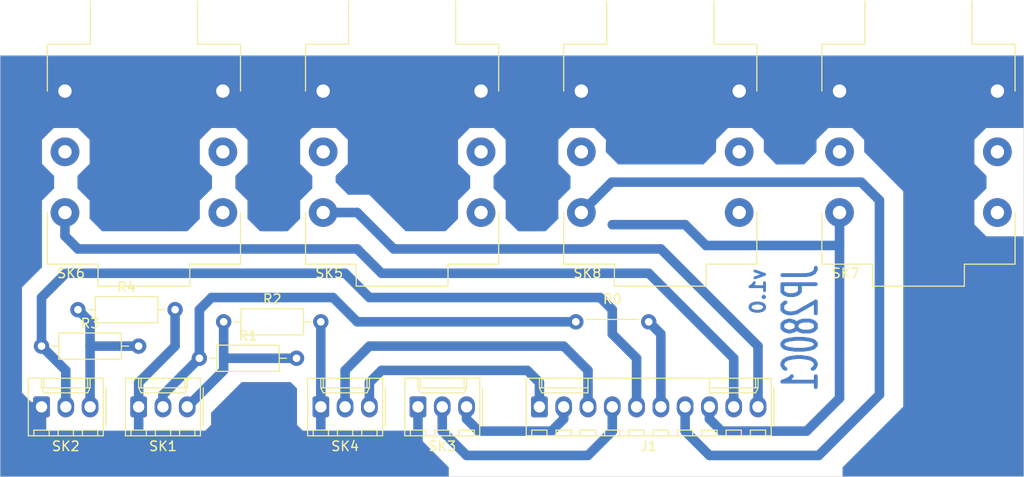
<source format=kicad_pcb>
(kicad_pcb (version 20171130) (host pcbnew 5.1.7-a382d34a8~88~ubuntu16.04.1)

  (general
    (thickness 1.6)
    (drawings 24)
    (tracks 104)
    (zones 0)
    (modules 14)
    (nets 27)
  )

  (page A4)
  (layers
    (0 F.Cu signal)
    (31 B.Cu signal)
    (32 B.Adhes user)
    (33 F.Adhes user)
    (34 B.Paste user)
    (35 F.Paste user)
    (36 B.SilkS user)
    (37 F.SilkS user)
    (38 B.Mask user)
    (39 F.Mask user)
    (40 Dwgs.User user hide)
    (41 Cmts.User user)
    (42 Eco1.User user)
    (43 Eco2.User user)
    (44 Edge.Cuts user)
    (45 Margin user)
    (46 B.CrtYd user)
    (47 F.CrtYd user)
    (48 B.Fab user)
    (49 F.Fab user)
  )

  (setup
    (last_trace_width 0.25)
    (user_trace_width 1)
    (user_trace_width 4)
    (trace_clearance 0.2)
    (zone_clearance 1)
    (zone_45_only no)
    (trace_min 0.2)
    (via_size 0.8)
    (via_drill 0.4)
    (via_min_size 0.4)
    (via_min_drill 0.3)
    (user_via 1.8 1.2)
    (uvia_size 0.3)
    (uvia_drill 0.1)
    (uvias_allowed no)
    (uvia_min_size 0.2)
    (uvia_min_drill 0.1)
    (edge_width 0.05)
    (segment_width 0.2)
    (pcb_text_width 0.3)
    (pcb_text_size 1.5 1.5)
    (mod_edge_width 0.12)
    (mod_text_size 1 1)
    (mod_text_width 0.15)
    (pad_size 1.524 1.524)
    (pad_drill 0.762)
    (pad_to_mask_clearance 0)
    (aux_axis_origin 0 0)
    (visible_elements FFFFFFFF)
    (pcbplotparams
      (layerselection 0x010fc_ffffffff)
      (usegerberextensions false)
      (usegerberattributes true)
      (usegerberadvancedattributes true)
      (creategerberjobfile true)
      (excludeedgelayer true)
      (linewidth 0.100000)
      (plotframeref false)
      (viasonmask false)
      (mode 1)
      (useauxorigin false)
      (hpglpennumber 1)
      (hpglpenspeed 20)
      (hpglpendiameter 15.000000)
      (psnegative false)
      (psa4output false)
      (plotreference true)
      (plotvalue true)
      (plotinvisibletext false)
      (padsonsilk false)
      (subtractmaskfromsilk false)
      (outputformat 1)
      (mirror false)
      (drillshape 1)
      (scaleselection 1)
      (outputdirectory ""))
  )

  (net 0 "")
  (net 1 "Net-(J1-Pad10)")
  (net 2 "Net-(J1-Pad9)")
  (net 3 "Net-(J1-Pad8)")
  (net 4 "Net-(J1-Pad7)")
  (net 5 "Net-(J1-Pad6)")
  (net 6 "Net-(J1-Pad5)")
  (net 7 "Net-(J1-Pad4)")
  (net 8 "Net-(J1-Pad3)")
  (net 9 "Net-(J1-Pad2)")
  (net 10 "Net-(J1-Pad1)")
  (net 11 "Net-(R1-Pad2)")
  (net 12 GND)
  (net 13 "Net-(R3-Pad2)")
  (net 14 "Net-(SK5-PadR)")
  (net 15 "Net-(SK5-PadRN)")
  (net 16 "Net-(SK5-PadTN)")
  (net 17 "Net-(SK6-PadR)")
  (net 18 "Net-(SK6-PadRN)")
  (net 19 "Net-(SK6-PadTN)")
  (net 20 "Net-(SK7-PadR)")
  (net 21 "Net-(SK7-PadRN)")
  (net 22 "Net-(SK7-PadTN)")
  (net 23 "Net-(SK8-PadR)")
  (net 24 "Net-(SK8-PadRN)")
  (net 25 "Net-(SK8-PadTN)")
  (net 26 "Net-(R0-Pad1)")

  (net_class Default "This is the default net class."
    (clearance 0.2)
    (trace_width 0.25)
    (via_dia 0.8)
    (via_drill 0.4)
    (uvia_dia 0.3)
    (uvia_drill 0.1)
    (add_net GND)
    (add_net "Net-(J1-Pad1)")
    (add_net "Net-(J1-Pad10)")
    (add_net "Net-(J1-Pad2)")
    (add_net "Net-(J1-Pad3)")
    (add_net "Net-(J1-Pad4)")
    (add_net "Net-(J1-Pad5)")
    (add_net "Net-(J1-Pad6)")
    (add_net "Net-(J1-Pad7)")
    (add_net "Net-(J1-Pad8)")
    (add_net "Net-(J1-Pad9)")
    (add_net "Net-(R0-Pad1)")
    (add_net "Net-(R1-Pad2)")
    (add_net "Net-(R3-Pad2)")
    (add_net "Net-(SK5-PadR)")
    (add_net "Net-(SK5-PadRN)")
    (add_net "Net-(SK5-PadTN)")
    (add_net "Net-(SK6-PadR)")
    (add_net "Net-(SK6-PadRN)")
    (add_net "Net-(SK6-PadTN)")
    (add_net "Net-(SK7-PadR)")
    (add_net "Net-(SK7-PadRN)")
    (add_net "Net-(SK7-PadTN)")
    (add_net "Net-(SK8-PadR)")
    (add_net "Net-(SK8-PadRN)")
    (add_net "Net-(SK8-PadTN)")
  )

  (module TAC:Wire_Bridge_P7.62mm_Horizontal (layer F.Cu) (tedit 5FC1149E) (tstamp 5FC1745D)
    (at 90.17 163.83)
    (descr "Resistor, Axial_DIN0207 series, Axial, Horizontal, pin pitch=7.62mm, 0.25W = 1/4W, length*diameter=6.3*2.5mm^2, http://cdn-reichelt.de/documents/datenblatt/B400/1_4W%23YAG.pdf")
    (tags "Resistor Axial_DIN0207 series Axial Horizontal pin pitch 7.62mm 0.25W = 1/4W length 6.3mm diameter 2.5mm")
    (path /5FC1434D)
    (fp_text reference R0 (at 3.81 -2.37) (layer F.SilkS)
      (effects (font (size 1 1) (thickness 0.15)))
    )
    (fp_text value 0R (at 3.81 2.37) (layer F.Fab)
      (effects (font (size 1 1) (thickness 0.15)))
    )
    (fp_line (start 0.66 0) (end 6.96 0) (layer F.Fab) (width 0.1))
    (fp_line (start 0 0) (end 0.66 0) (layer F.Fab) (width 0.1))
    (fp_line (start 7.62 0) (end 6.96 0) (layer F.Fab) (width 0.1))
    (fp_line (start 1.016 -0.254) (end 6.604 -0.254) (layer F.SilkS) (width 0.12))
    (fp_line (start -1.016 -1.016) (end -1.016 1.016) (layer F.CrtYd) (width 0.05))
    (fp_line (start -1.016 1.016) (end 8.636 1.016) (layer F.CrtYd) (width 0.05))
    (fp_line (start 8.636 1.016) (end 8.636 -1.016) (layer F.CrtYd) (width 0.05))
    (fp_line (start 8.636 -1.016) (end -1.016 -1.016) (layer F.CrtYd) (width 0.05))
    (fp_text user %R (at 3.81 0) (layer F.Fab)
      (effects (font (size 1 1) (thickness 0.15)))
    )
    (pad 1 thru_hole circle (at 0 0) (size 1.6 1.6) (drill 0.8) (layers *.Cu *.Mask)
      (net 26 "Net-(R0-Pad1)"))
    (pad 2 thru_hole oval (at 7.62 0) (size 1.6 1.6) (drill 0.8) (layers *.Cu *.Mask)
      (net 5 "Net-(J1-Pad6)"))
    (model ${KIPRJMOD}/local-libs/local-3dmodels/Wire_Bridge_P7.62mm.step
      (offset (xyz 0 0 -3))
      (scale (xyz 1 1 1))
      (rotate (xyz 0 0 0))
    )
  )

  (module TAC:CL13345 (layer F.Cu) (tedit 5F96A063) (tstamp 5FC07534)
    (at 126 139.7 90)
    (path /5FBCC165)
    (fp_text reference SK7 (at -19.05 -7.62 180) (layer F.SilkS)
      (effects (font (size 1 1) (thickness 0.15)))
    )
    (fp_text value "Left Aux Monitor" (at -6.35 -1.27 270) (layer F.Fab)
      (effects (font (size 1 1) (thickness 0.15)))
    )
    (fp_line (start -20.5 10.1) (end -20.5 -10.1) (layer F.CrtYd) (width 0.05))
    (fp_line (start 9.5 10.1) (end -20.5 10.1) (layer F.CrtYd) (width 0.05))
    (fp_line (start 9.5 -10.1) (end 9.5 10.1) (layer F.CrtYd) (width 0.05))
    (fp_line (start -20.5 -10.1) (end 9.5 -10.1) (layer F.CrtYd) (width 0.05))
    (fp_line (start 4.8 -10) (end 4.8 10) (layer F.Fab) (width 0.12))
    (fp_line (start 4.8 -10) (end -18 -10) (layer F.Fab) (width 0.12))
    (fp_line (start -18 -10) (end -18 10) (layer F.Fab) (width 0.12))
    (fp_line (start -18 10) (end 4.8 10) (layer F.Fab) (width 0.12))
    (fp_line (start -20.3 4.7) (end -20.3 -4.7) (layer F.Fab) (width 0.12))
    (fp_line (start -20.3 -4.7) (end -18 -4.7) (layer F.Fab) (width 0.12))
    (fp_line (start -20.3 4.7) (end -18 4.7) (layer F.Fab) (width 0.12))
    (fp_line (start 9.4 5.5) (end 9.4 -5.5) (layer F.Fab) (width 0.12))
    (fp_line (start 9.4 -5.5) (end 4.8 -5.5) (layer F.Fab) (width 0.12))
    (fp_line (start 9.4 5.5) (end 4.8 5.5) (layer F.Fab) (width 0.12))
    (fp_line (start 9.4 -5.6) (end 4.9 -5.6) (layer F.SilkS) (width 0.12))
    (fp_line (start 4.9 -5.6) (end 4.9 -10.1) (layer F.SilkS) (width 0.12))
    (fp_line (start 4.9 -10.1) (end 0 -10.1) (layer F.SilkS) (width 0.12))
    (fp_line (start 9.4 5.6) (end 4.9 5.6) (layer F.SilkS) (width 0.12))
    (fp_line (start 4.9 5.6) (end 4.9 10.1) (layer F.SilkS) (width 0.12))
    (fp_line (start 4.9 10.1) (end 0 10.1) (layer F.SilkS) (width 0.12))
    (fp_line (start -12.7 -10.1) (end -18.1 -10.1) (layer F.SilkS) (width 0.12))
    (fp_line (start -18.1 -10.1) (end -18.1 -4.8) (layer F.SilkS) (width 0.12))
    (fp_line (start -18.1 -4.8) (end -20.4 -4.8) (layer F.SilkS) (width 0.12))
    (fp_line (start -20.4 -4.8) (end -20.4 4.8) (layer F.SilkS) (width 0.12))
    (fp_line (start -20.4 4.8) (end -18.1 4.8) (layer F.SilkS) (width 0.12))
    (fp_line (start -18.1 4.8) (end -18.1 10.1) (layer F.SilkS) (width 0.12))
    (fp_line (start -18.1 10.1) (end -12.7 10.1) (layer F.SilkS) (width 0.12))
    (fp_text user Jack_6.35mm_Cliff_CL13345 (at -6.35 1.27 90) (layer F.Fab)
      (effects (font (size 1 1) (thickness 0.15)))
    )
    (pad S thru_hole circle (at 0 -8.255 180) (size 3 3) (drill 1.4) (layers *.Cu *.Mask)
      (net 12 GND))
    (pad T thru_hole circle (at -12.7 -8.255 180) (size 3 3) (drill 1.4) (layers *.Cu *.Mask)
      (net 3 "Net-(J1-Pad8)"))
    (pad R thru_hole circle (at -6.35 -8.255 180) (size 3 3) (drill 1.4) (layers *.Cu *.Mask)
      (net 20 "Net-(SK7-PadR)"))
    (pad SN thru_hole circle (at 0 8.255 180) (size 3 3) (drill 1.4) (layers *.Cu *.Mask)
      (net 12 GND))
    (pad RN thru_hole circle (at -6.35 8.255 180) (size 3 3) (drill 1.4) (layers *.Cu *.Mask)
      (net 21 "Net-(SK7-PadRN)"))
    (pad TN thru_hole circle (at -12.7 8.255 180) (size 3 3) (drill 1.4) (layers *.Cu *.Mask)
      (net 22 "Net-(SK7-PadTN)"))
    (model ${KIPRJMOD}/local-libs/local-3dmodels/CL13345.step
      (offset (xyz -18 -10 0))
      (scale (xyz 1 1 1))
      (rotate (xyz 0 0 -90))
    )
  )

  (module TAC:CL13345 (layer F.Cu) (tedit 5F96A063) (tstamp 5FC07456)
    (at 99 139.7 90)
    (path /5FBCCCB6)
    (fp_text reference SK8 (at -19.05 -7.62 180) (layer F.SilkS)
      (effects (font (size 1 1) (thickness 0.15)))
    )
    (fp_text value "Right Aux Monitor" (at -6.35 -1.27 270) (layer F.Fab)
      (effects (font (size 1 1) (thickness 0.15)))
    )
    (fp_line (start -20.5 10.1) (end -20.5 -10.1) (layer F.CrtYd) (width 0.05))
    (fp_line (start 9.5 10.1) (end -20.5 10.1) (layer F.CrtYd) (width 0.05))
    (fp_line (start 9.5 -10.1) (end 9.5 10.1) (layer F.CrtYd) (width 0.05))
    (fp_line (start -20.5 -10.1) (end 9.5 -10.1) (layer F.CrtYd) (width 0.05))
    (fp_line (start 4.8 -10) (end 4.8 10) (layer F.Fab) (width 0.12))
    (fp_line (start 4.8 -10) (end -18 -10) (layer F.Fab) (width 0.12))
    (fp_line (start -18 -10) (end -18 10) (layer F.Fab) (width 0.12))
    (fp_line (start -18 10) (end 4.8 10) (layer F.Fab) (width 0.12))
    (fp_line (start -20.3 4.7) (end -20.3 -4.7) (layer F.Fab) (width 0.12))
    (fp_line (start -20.3 -4.7) (end -18 -4.7) (layer F.Fab) (width 0.12))
    (fp_line (start -20.3 4.7) (end -18 4.7) (layer F.Fab) (width 0.12))
    (fp_line (start 9.4 5.5) (end 9.4 -5.5) (layer F.Fab) (width 0.12))
    (fp_line (start 9.4 -5.5) (end 4.8 -5.5) (layer F.Fab) (width 0.12))
    (fp_line (start 9.4 5.5) (end 4.8 5.5) (layer F.Fab) (width 0.12))
    (fp_line (start 9.4 -5.6) (end 4.9 -5.6) (layer F.SilkS) (width 0.12))
    (fp_line (start 4.9 -5.6) (end 4.9 -10.1) (layer F.SilkS) (width 0.12))
    (fp_line (start 4.9 -10.1) (end 0 -10.1) (layer F.SilkS) (width 0.12))
    (fp_line (start 9.4 5.6) (end 4.9 5.6) (layer F.SilkS) (width 0.12))
    (fp_line (start 4.9 5.6) (end 4.9 10.1) (layer F.SilkS) (width 0.12))
    (fp_line (start 4.9 10.1) (end 0 10.1) (layer F.SilkS) (width 0.12))
    (fp_line (start -12.7 -10.1) (end -18.1 -10.1) (layer F.SilkS) (width 0.12))
    (fp_line (start -18.1 -10.1) (end -18.1 -4.8) (layer F.SilkS) (width 0.12))
    (fp_line (start -18.1 -4.8) (end -20.4 -4.8) (layer F.SilkS) (width 0.12))
    (fp_line (start -20.4 -4.8) (end -20.4 4.8) (layer F.SilkS) (width 0.12))
    (fp_line (start -20.4 4.8) (end -18.1 4.8) (layer F.SilkS) (width 0.12))
    (fp_line (start -18.1 4.8) (end -18.1 10.1) (layer F.SilkS) (width 0.12))
    (fp_line (start -18.1 10.1) (end -12.7 10.1) (layer F.SilkS) (width 0.12))
    (fp_text user Jack_6.35mm_Cliff_CL13345 (at -6.35 1.27 90) (layer F.Fab)
      (effects (font (size 1 1) (thickness 0.15)))
    )
    (pad S thru_hole circle (at 0 -8.255 180) (size 3 3) (drill 1.4) (layers *.Cu *.Mask)
      (net 12 GND))
    (pad T thru_hole circle (at -12.7 -8.255 180) (size 3 3) (drill 1.4) (layers *.Cu *.Mask)
      (net 4 "Net-(J1-Pad7)"))
    (pad R thru_hole circle (at -6.35 -8.255 180) (size 3 3) (drill 1.4) (layers *.Cu *.Mask)
      (net 23 "Net-(SK8-PadR)"))
    (pad SN thru_hole circle (at 0 8.255 180) (size 3 3) (drill 1.4) (layers *.Cu *.Mask)
      (net 12 GND))
    (pad RN thru_hole circle (at -6.35 8.255 180) (size 3 3) (drill 1.4) (layers *.Cu *.Mask)
      (net 24 "Net-(SK8-PadRN)"))
    (pad TN thru_hole circle (at -12.7 8.255 180) (size 3 3) (drill 1.4) (layers *.Cu *.Mask)
      (net 25 "Net-(SK8-PadTN)"))
    (model ${KIPRJMOD}/local-libs/local-3dmodels/CL13345.step
      (offset (xyz -18 -10 0))
      (scale (xyz 1 1 1))
      (rotate (xyz 0 0 -90))
    )
  )

  (module TAC:CL13345 (layer F.Cu) (tedit 5F96A063) (tstamp 5FC075A3)
    (at 72 139.7 90)
    (path /5FBCD7BE)
    (fp_text reference SK5 (at -19.05 -7.62 180) (layer F.SilkS)
      (effects (font (size 1 1) (thickness 0.15)))
    )
    (fp_text value "Left Monitor" (at -6.35 -1.27 270) (layer F.Fab)
      (effects (font (size 1 1) (thickness 0.15)))
    )
    (fp_line (start -20.5 10.1) (end -20.5 -10.1) (layer F.CrtYd) (width 0.05))
    (fp_line (start 9.5 10.1) (end -20.5 10.1) (layer F.CrtYd) (width 0.05))
    (fp_line (start 9.5 -10.1) (end 9.5 10.1) (layer F.CrtYd) (width 0.05))
    (fp_line (start -20.5 -10.1) (end 9.5 -10.1) (layer F.CrtYd) (width 0.05))
    (fp_line (start 4.8 -10) (end 4.8 10) (layer F.Fab) (width 0.12))
    (fp_line (start 4.8 -10) (end -18 -10) (layer F.Fab) (width 0.12))
    (fp_line (start -18 -10) (end -18 10) (layer F.Fab) (width 0.12))
    (fp_line (start -18 10) (end 4.8 10) (layer F.Fab) (width 0.12))
    (fp_line (start -20.3 4.7) (end -20.3 -4.7) (layer F.Fab) (width 0.12))
    (fp_line (start -20.3 -4.7) (end -18 -4.7) (layer F.Fab) (width 0.12))
    (fp_line (start -20.3 4.7) (end -18 4.7) (layer F.Fab) (width 0.12))
    (fp_line (start 9.4 5.5) (end 9.4 -5.5) (layer F.Fab) (width 0.12))
    (fp_line (start 9.4 -5.5) (end 4.8 -5.5) (layer F.Fab) (width 0.12))
    (fp_line (start 9.4 5.5) (end 4.8 5.5) (layer F.Fab) (width 0.12))
    (fp_line (start 9.4 -5.6) (end 4.9 -5.6) (layer F.SilkS) (width 0.12))
    (fp_line (start 4.9 -5.6) (end 4.9 -10.1) (layer F.SilkS) (width 0.12))
    (fp_line (start 4.9 -10.1) (end 0 -10.1) (layer F.SilkS) (width 0.12))
    (fp_line (start 9.4 5.6) (end 4.9 5.6) (layer F.SilkS) (width 0.12))
    (fp_line (start 4.9 5.6) (end 4.9 10.1) (layer F.SilkS) (width 0.12))
    (fp_line (start 4.9 10.1) (end 0 10.1) (layer F.SilkS) (width 0.12))
    (fp_line (start -12.7 -10.1) (end -18.1 -10.1) (layer F.SilkS) (width 0.12))
    (fp_line (start -18.1 -10.1) (end -18.1 -4.8) (layer F.SilkS) (width 0.12))
    (fp_line (start -18.1 -4.8) (end -20.4 -4.8) (layer F.SilkS) (width 0.12))
    (fp_line (start -20.4 -4.8) (end -20.4 4.8) (layer F.SilkS) (width 0.12))
    (fp_line (start -20.4 4.8) (end -18.1 4.8) (layer F.SilkS) (width 0.12))
    (fp_line (start -18.1 4.8) (end -18.1 10.1) (layer F.SilkS) (width 0.12))
    (fp_line (start -18.1 10.1) (end -12.7 10.1) (layer F.SilkS) (width 0.12))
    (fp_text user Jack_6.35mm_Cliff_CL13345 (at -6.35 1.27 90) (layer F.Fab)
      (effects (font (size 1 1) (thickness 0.15)))
    )
    (pad S thru_hole circle (at 0 -8.255 180) (size 3 3) (drill 1.4) (layers *.Cu *.Mask)
      (net 12 GND))
    (pad T thru_hole circle (at -12.7 -8.255 180) (size 3 3) (drill 1.4) (layers *.Cu *.Mask)
      (net 1 "Net-(J1-Pad10)"))
    (pad R thru_hole circle (at -6.35 -8.255 180) (size 3 3) (drill 1.4) (layers *.Cu *.Mask)
      (net 14 "Net-(SK5-PadR)"))
    (pad SN thru_hole circle (at 0 8.255 180) (size 3 3) (drill 1.4) (layers *.Cu *.Mask)
      (net 12 GND))
    (pad RN thru_hole circle (at -6.35 8.255 180) (size 3 3) (drill 1.4) (layers *.Cu *.Mask)
      (net 15 "Net-(SK5-PadRN)"))
    (pad TN thru_hole circle (at -12.7 8.255 180) (size 3 3) (drill 1.4) (layers *.Cu *.Mask)
      (net 16 "Net-(SK5-PadTN)"))
    (model ${KIPRJMOD}/local-libs/local-3dmodels/CL13345.step
      (offset (xyz -18 -10 0))
      (scale (xyz 1 1 1))
      (rotate (xyz 0 0 -90))
    )
  )

  (module TAC:CL13345 (layer F.Cu) (tedit 5F96A063) (tstamp 5FC074C5)
    (at 45 139.7 90)
    (path /5FBCE14C)
    (fp_text reference SK6 (at -19.05 -7.62 180) (layer F.SilkS)
      (effects (font (size 1 1) (thickness 0.15)))
    )
    (fp_text value "Right Monitor" (at -6.35 -1.27 270) (layer F.Fab)
      (effects (font (size 1 1) (thickness 0.15)))
    )
    (fp_line (start -20.5 10.1) (end -20.5 -10.1) (layer F.CrtYd) (width 0.05))
    (fp_line (start 9.5 10.1) (end -20.5 10.1) (layer F.CrtYd) (width 0.05))
    (fp_line (start 9.5 -10.1) (end 9.5 10.1) (layer F.CrtYd) (width 0.05))
    (fp_line (start -20.5 -10.1) (end 9.5 -10.1) (layer F.CrtYd) (width 0.05))
    (fp_line (start 4.8 -10) (end 4.8 10) (layer F.Fab) (width 0.12))
    (fp_line (start 4.8 -10) (end -18 -10) (layer F.Fab) (width 0.12))
    (fp_line (start -18 -10) (end -18 10) (layer F.Fab) (width 0.12))
    (fp_line (start -18 10) (end 4.8 10) (layer F.Fab) (width 0.12))
    (fp_line (start -20.3 4.7) (end -20.3 -4.7) (layer F.Fab) (width 0.12))
    (fp_line (start -20.3 -4.7) (end -18 -4.7) (layer F.Fab) (width 0.12))
    (fp_line (start -20.3 4.7) (end -18 4.7) (layer F.Fab) (width 0.12))
    (fp_line (start 9.4 5.5) (end 9.4 -5.5) (layer F.Fab) (width 0.12))
    (fp_line (start 9.4 -5.5) (end 4.8 -5.5) (layer F.Fab) (width 0.12))
    (fp_line (start 9.4 5.5) (end 4.8 5.5) (layer F.Fab) (width 0.12))
    (fp_line (start 9.4 -5.6) (end 4.9 -5.6) (layer F.SilkS) (width 0.12))
    (fp_line (start 4.9 -5.6) (end 4.9 -10.1) (layer F.SilkS) (width 0.12))
    (fp_line (start 4.9 -10.1) (end 0 -10.1) (layer F.SilkS) (width 0.12))
    (fp_line (start 9.4 5.6) (end 4.9 5.6) (layer F.SilkS) (width 0.12))
    (fp_line (start 4.9 5.6) (end 4.9 10.1) (layer F.SilkS) (width 0.12))
    (fp_line (start 4.9 10.1) (end 0 10.1) (layer F.SilkS) (width 0.12))
    (fp_line (start -12.7 -10.1) (end -18.1 -10.1) (layer F.SilkS) (width 0.12))
    (fp_line (start -18.1 -10.1) (end -18.1 -4.8) (layer F.SilkS) (width 0.12))
    (fp_line (start -18.1 -4.8) (end -20.4 -4.8) (layer F.SilkS) (width 0.12))
    (fp_line (start -20.4 -4.8) (end -20.4 4.8) (layer F.SilkS) (width 0.12))
    (fp_line (start -20.4 4.8) (end -18.1 4.8) (layer F.SilkS) (width 0.12))
    (fp_line (start -18.1 4.8) (end -18.1 10.1) (layer F.SilkS) (width 0.12))
    (fp_line (start -18.1 10.1) (end -12.7 10.1) (layer F.SilkS) (width 0.12))
    (fp_text user Jack_6.35mm_Cliff_CL13345 (at -6.35 1.27 90) (layer F.Fab)
      (effects (font (size 1 1) (thickness 0.15)))
    )
    (pad S thru_hole circle (at 0 -8.255 180) (size 3 3) (drill 1.4) (layers *.Cu *.Mask)
      (net 12 GND))
    (pad T thru_hole circle (at -12.7 -8.255 180) (size 3 3) (drill 1.4) (layers *.Cu *.Mask)
      (net 2 "Net-(J1-Pad9)"))
    (pad R thru_hole circle (at -6.35 -8.255 180) (size 3 3) (drill 1.4) (layers *.Cu *.Mask)
      (net 17 "Net-(SK6-PadR)"))
    (pad SN thru_hole circle (at 0 8.255 180) (size 3 3) (drill 1.4) (layers *.Cu *.Mask)
      (net 12 GND))
    (pad RN thru_hole circle (at -6.35 8.255 180) (size 3 3) (drill 1.4) (layers *.Cu *.Mask)
      (net 18 "Net-(SK6-PadRN)"))
    (pad TN thru_hole circle (at -12.7 8.255 180) (size 3 3) (drill 1.4) (layers *.Cu *.Mask)
      (net 19 "Net-(SK6-PadTN)"))
    (model ${KIPRJMOD}/local-libs/local-3dmodels/CL13345.step
      (offset (xyz -18 -10 0))
      (scale (xyz 1 1 1))
      (rotate (xyz 0 0 -90))
    )
  )

  (module TAC:Molex_KK-254_AE-6410-03A_1x03_P2.54mm_Vertical_reversed (layer F.Cu) (tedit 5FBFFF12) (tstamp 5FC05B84)
    (at 68.58 172.72 180)
    (descr "Molex KK-254 Interconnect System, old/engineering part number: AE-6410-03A example for new part number: 22-27-2031, 3 Pins (http://www.molex.com/pdm_docs/sd/022272021_sd.pdf), generated with kicad-footprint-generator")
    (tags "connector Molex KK-254 vertical")
    (path /5FBC5C08)
    (fp_text reference SK4 (at 2.54 -4.12) (layer F.SilkS)
      (effects (font (size 1 1) (thickness 0.15)))
    )
    (fp_text value "Right Insert" (at 2.54 4.08) (layer F.Fab)
      (effects (font (size 1 1) (thickness 0.15)))
    )
    (fp_line (start -1.27 -2.92) (end -1.27 2.88) (layer F.Fab) (width 0.1))
    (fp_line (start -1.27 2.88) (end 6.35 2.88) (layer F.Fab) (width 0.1))
    (fp_line (start 6.35 2.88) (end 6.35 -2.92) (layer F.Fab) (width 0.1))
    (fp_line (start 6.35 -2.92) (end -1.27 -2.92) (layer F.Fab) (width 0.1))
    (fp_line (start -1.38 -3.03) (end -1.38 2.99) (layer F.SilkS) (width 0.12))
    (fp_line (start -1.38 2.99) (end 6.46 2.99) (layer F.SilkS) (width 0.12))
    (fp_line (start 6.46 2.99) (end 6.46 -3.03) (layer F.SilkS) (width 0.12))
    (fp_line (start 6.46 -3.03) (end -1.38 -3.03) (layer F.SilkS) (width 0.12))
    (fp_line (start -1.67 -2) (end -1.67 2) (layer F.SilkS) (width 0.12))
    (fp_line (start -1.27 -0.5) (end -0.562893 0) (layer F.Fab) (width 0.1))
    (fp_line (start -0.562893 0) (end -1.27 0.5) (layer F.Fab) (width 0.1))
    (fp_line (start 0 2.99) (end 0 1.99) (layer F.SilkS) (width 0.12))
    (fp_line (start 0 1.99) (end 5.08 1.99) (layer F.SilkS) (width 0.12))
    (fp_line (start 5.08 1.99) (end 5.08 2.99) (layer F.SilkS) (width 0.12))
    (fp_line (start 0 1.99) (end 0.25 1.46) (layer F.SilkS) (width 0.12))
    (fp_line (start 0.25 1.46) (end 4.83 1.46) (layer F.SilkS) (width 0.12))
    (fp_line (start 4.83 1.46) (end 5.08 1.99) (layer F.SilkS) (width 0.12))
    (fp_line (start 0.25 2.99) (end 0.25 1.99) (layer F.SilkS) (width 0.12))
    (fp_line (start 4.83 2.99) (end 4.83 1.99) (layer F.SilkS) (width 0.12))
    (fp_line (start -0.8 -3.03) (end -0.8 -2.43) (layer F.SilkS) (width 0.12))
    (fp_line (start -0.8 -2.43) (end 0.8 -2.43) (layer F.SilkS) (width 0.12))
    (fp_line (start 0.8 -2.43) (end 0.8 -3.03) (layer F.SilkS) (width 0.12))
    (fp_line (start 1.74 -3.03) (end 1.74 -2.43) (layer F.SilkS) (width 0.12))
    (fp_line (start 1.74 -2.43) (end 3.34 -2.43) (layer F.SilkS) (width 0.12))
    (fp_line (start 3.34 -2.43) (end 3.34 -3.03) (layer F.SilkS) (width 0.12))
    (fp_line (start 4.28 -3.03) (end 4.28 -2.43) (layer F.SilkS) (width 0.12))
    (fp_line (start 4.28 -2.43) (end 5.88 -2.43) (layer F.SilkS) (width 0.12))
    (fp_line (start 5.88 -2.43) (end 5.88 -3.03) (layer F.SilkS) (width 0.12))
    (fp_line (start -1.77 -3.42) (end -1.77 3.38) (layer F.CrtYd) (width 0.05))
    (fp_line (start -1.77 3.38) (end 6.85 3.38) (layer F.CrtYd) (width 0.05))
    (fp_line (start 6.85 3.38) (end 6.85 -3.42) (layer F.CrtYd) (width 0.05))
    (fp_line (start 6.85 -3.42) (end -1.77 -3.42) (layer F.CrtYd) (width 0.05))
    (fp_text user %R (at 2.54 -2.22) (layer F.Fab)
      (effects (font (size 1 1) (thickness 0.15)))
    )
    (pad 1 thru_hole roundrect (at 5.08 0 180) (size 1.74 2.19) (drill 1.19) (layers *.Cu *.Mask) (roundrect_rratio 0.144)
      (net 12 GND))
    (pad 2 thru_hole oval (at 2.54 0 180) (size 1.74 2.19) (drill 1.19) (layers *.Cu *.Mask)
      (net 8 "Net-(J1-Pad3)"))
    (pad 3 thru_hole oval (at 0 0 180) (size 1.74 2.19) (drill 1.19) (layers *.Cu *.Mask)
      (net 10 "Net-(J1-Pad1)"))
    (model ${KISYS3DMOD}/Connector_Molex.3dshapes/Molex_KK-254_AE-6410-03A_1x03_P2.54mm_Vertical.wrl
      (at (xyz 0 0 0))
      (scale (xyz 1 1 1))
      (rotate (xyz 0 0 0))
    )
  )

  (module TAC:Molex_KK-254_AE-6410-03A_1x03_P2.54mm_Vertical_reversed (layer F.Cu) (tedit 5FBFFF12) (tstamp 5FC06F7D)
    (at 78.74 172.72 180)
    (descr "Molex KK-254 Interconnect System, old/engineering part number: AE-6410-03A example for new part number: 22-27-2031, 3 Pins (http://www.molex.com/pdm_docs/sd/022272021_sd.pdf), generated with kicad-footprint-generator")
    (tags "connector Molex KK-254 vertical")
    (path /5FBC0989)
    (fp_text reference SK3 (at 2.54 -4.12) (layer F.SilkS)
      (effects (font (size 1 1) (thickness 0.15)))
    )
    (fp_text value "Left Insert" (at 2.54 4.08) (layer F.Fab)
      (effects (font (size 1 1) (thickness 0.15)))
    )
    (fp_line (start -1.27 -2.92) (end -1.27 2.88) (layer F.Fab) (width 0.1))
    (fp_line (start -1.27 2.88) (end 6.35 2.88) (layer F.Fab) (width 0.1))
    (fp_line (start 6.35 2.88) (end 6.35 -2.92) (layer F.Fab) (width 0.1))
    (fp_line (start 6.35 -2.92) (end -1.27 -2.92) (layer F.Fab) (width 0.1))
    (fp_line (start -1.38 -3.03) (end -1.38 2.99) (layer F.SilkS) (width 0.12))
    (fp_line (start -1.38 2.99) (end 6.46 2.99) (layer F.SilkS) (width 0.12))
    (fp_line (start 6.46 2.99) (end 6.46 -3.03) (layer F.SilkS) (width 0.12))
    (fp_line (start 6.46 -3.03) (end -1.38 -3.03) (layer F.SilkS) (width 0.12))
    (fp_line (start -1.67 -2) (end -1.67 2) (layer F.SilkS) (width 0.12))
    (fp_line (start -1.27 -0.5) (end -0.562893 0) (layer F.Fab) (width 0.1))
    (fp_line (start -0.562893 0) (end -1.27 0.5) (layer F.Fab) (width 0.1))
    (fp_line (start 0 2.99) (end 0 1.99) (layer F.SilkS) (width 0.12))
    (fp_line (start 0 1.99) (end 5.08 1.99) (layer F.SilkS) (width 0.12))
    (fp_line (start 5.08 1.99) (end 5.08 2.99) (layer F.SilkS) (width 0.12))
    (fp_line (start 0 1.99) (end 0.25 1.46) (layer F.SilkS) (width 0.12))
    (fp_line (start 0.25 1.46) (end 4.83 1.46) (layer F.SilkS) (width 0.12))
    (fp_line (start 4.83 1.46) (end 5.08 1.99) (layer F.SilkS) (width 0.12))
    (fp_line (start 0.25 2.99) (end 0.25 1.99) (layer F.SilkS) (width 0.12))
    (fp_line (start 4.83 2.99) (end 4.83 1.99) (layer F.SilkS) (width 0.12))
    (fp_line (start -0.8 -3.03) (end -0.8 -2.43) (layer F.SilkS) (width 0.12))
    (fp_line (start -0.8 -2.43) (end 0.8 -2.43) (layer F.SilkS) (width 0.12))
    (fp_line (start 0.8 -2.43) (end 0.8 -3.03) (layer F.SilkS) (width 0.12))
    (fp_line (start 1.74 -3.03) (end 1.74 -2.43) (layer F.SilkS) (width 0.12))
    (fp_line (start 1.74 -2.43) (end 3.34 -2.43) (layer F.SilkS) (width 0.12))
    (fp_line (start 3.34 -2.43) (end 3.34 -3.03) (layer F.SilkS) (width 0.12))
    (fp_line (start 4.28 -3.03) (end 4.28 -2.43) (layer F.SilkS) (width 0.12))
    (fp_line (start 4.28 -2.43) (end 5.88 -2.43) (layer F.SilkS) (width 0.12))
    (fp_line (start 5.88 -2.43) (end 5.88 -3.03) (layer F.SilkS) (width 0.12))
    (fp_line (start -1.77 -3.42) (end -1.77 3.38) (layer F.CrtYd) (width 0.05))
    (fp_line (start -1.77 3.38) (end 6.85 3.38) (layer F.CrtYd) (width 0.05))
    (fp_line (start 6.85 3.38) (end 6.85 -3.42) (layer F.CrtYd) (width 0.05))
    (fp_line (start 6.85 -3.42) (end -1.77 -3.42) (layer F.CrtYd) (width 0.05))
    (fp_text user %R (at 2.54 -2.22) (layer F.Fab)
      (effects (font (size 1 1) (thickness 0.15)))
    )
    (pad 1 thru_hole roundrect (at 5.08 0 180) (size 1.74 2.19) (drill 1.19) (layers *.Cu *.Mask) (roundrect_rratio 0.144)
      (net 12 GND))
    (pad 2 thru_hole oval (at 2.54 0 180) (size 1.74 2.19) (drill 1.19) (layers *.Cu *.Mask)
      (net 7 "Net-(J1-Pad4)"))
    (pad 3 thru_hole oval (at 0 0 180) (size 1.74 2.19) (drill 1.19) (layers *.Cu *.Mask)
      (net 9 "Net-(J1-Pad2)"))
    (model ${KISYS3DMOD}/Connector_Molex.3dshapes/Molex_KK-254_AE-6410-03A_1x03_P2.54mm_Vertical.wrl
      (at (xyz 0 0 0))
      (scale (xyz 1 1 1))
      (rotate (xyz 0 0 0))
    )
  )

  (module TAC:Molex_KK-254_AE-6410-03A_1x03_P2.54mm_Vertical_reversed (layer F.Cu) (tedit 5FBFFF12) (tstamp 5FC05B34)
    (at 39.37 172.72 180)
    (descr "Molex KK-254 Interconnect System, old/engineering part number: AE-6410-03A example for new part number: 22-27-2031, 3 Pins (http://www.molex.com/pdm_docs/sd/022272021_sd.pdf), generated with kicad-footprint-generator")
    (tags "connector Molex KK-254 vertical")
    (path /5FBC654D)
    (fp_text reference SK2 (at 2.54 -4.12) (layer F.SilkS)
      (effects (font (size 1 1) (thickness 0.15)))
    )
    (fp_text value "Right Bus" (at 2.54 4.08) (layer F.Fab)
      (effects (font (size 1 1) (thickness 0.15)))
    )
    (fp_line (start -1.27 -2.92) (end -1.27 2.88) (layer F.Fab) (width 0.1))
    (fp_line (start -1.27 2.88) (end 6.35 2.88) (layer F.Fab) (width 0.1))
    (fp_line (start 6.35 2.88) (end 6.35 -2.92) (layer F.Fab) (width 0.1))
    (fp_line (start 6.35 -2.92) (end -1.27 -2.92) (layer F.Fab) (width 0.1))
    (fp_line (start -1.38 -3.03) (end -1.38 2.99) (layer F.SilkS) (width 0.12))
    (fp_line (start -1.38 2.99) (end 6.46 2.99) (layer F.SilkS) (width 0.12))
    (fp_line (start 6.46 2.99) (end 6.46 -3.03) (layer F.SilkS) (width 0.12))
    (fp_line (start 6.46 -3.03) (end -1.38 -3.03) (layer F.SilkS) (width 0.12))
    (fp_line (start -1.67 -2) (end -1.67 2) (layer F.SilkS) (width 0.12))
    (fp_line (start -1.27 -0.5) (end -0.562893 0) (layer F.Fab) (width 0.1))
    (fp_line (start -0.562893 0) (end -1.27 0.5) (layer F.Fab) (width 0.1))
    (fp_line (start 0 2.99) (end 0 1.99) (layer F.SilkS) (width 0.12))
    (fp_line (start 0 1.99) (end 5.08 1.99) (layer F.SilkS) (width 0.12))
    (fp_line (start 5.08 1.99) (end 5.08 2.99) (layer F.SilkS) (width 0.12))
    (fp_line (start 0 1.99) (end 0.25 1.46) (layer F.SilkS) (width 0.12))
    (fp_line (start 0.25 1.46) (end 4.83 1.46) (layer F.SilkS) (width 0.12))
    (fp_line (start 4.83 1.46) (end 5.08 1.99) (layer F.SilkS) (width 0.12))
    (fp_line (start 0.25 2.99) (end 0.25 1.99) (layer F.SilkS) (width 0.12))
    (fp_line (start 4.83 2.99) (end 4.83 1.99) (layer F.SilkS) (width 0.12))
    (fp_line (start -0.8 -3.03) (end -0.8 -2.43) (layer F.SilkS) (width 0.12))
    (fp_line (start -0.8 -2.43) (end 0.8 -2.43) (layer F.SilkS) (width 0.12))
    (fp_line (start 0.8 -2.43) (end 0.8 -3.03) (layer F.SilkS) (width 0.12))
    (fp_line (start 1.74 -3.03) (end 1.74 -2.43) (layer F.SilkS) (width 0.12))
    (fp_line (start 1.74 -2.43) (end 3.34 -2.43) (layer F.SilkS) (width 0.12))
    (fp_line (start 3.34 -2.43) (end 3.34 -3.03) (layer F.SilkS) (width 0.12))
    (fp_line (start 4.28 -3.03) (end 4.28 -2.43) (layer F.SilkS) (width 0.12))
    (fp_line (start 4.28 -2.43) (end 5.88 -2.43) (layer F.SilkS) (width 0.12))
    (fp_line (start 5.88 -2.43) (end 5.88 -3.03) (layer F.SilkS) (width 0.12))
    (fp_line (start -1.77 -3.42) (end -1.77 3.38) (layer F.CrtYd) (width 0.05))
    (fp_line (start -1.77 3.38) (end 6.85 3.38) (layer F.CrtYd) (width 0.05))
    (fp_line (start 6.85 3.38) (end 6.85 -3.42) (layer F.CrtYd) (width 0.05))
    (fp_line (start 6.85 -3.42) (end -1.77 -3.42) (layer F.CrtYd) (width 0.05))
    (fp_text user %R (at 2.54 -2.22) (layer F.Fab)
      (effects (font (size 1 1) (thickness 0.15)))
    )
    (pad 1 thru_hole roundrect (at 5.08 0 180) (size 1.74 2.19) (drill 1.19) (layers *.Cu *.Mask) (roundrect_rratio 0.144)
      (net 12 GND))
    (pad 2 thru_hole oval (at 2.54 0 180) (size 1.74 2.19) (drill 1.19) (layers *.Cu *.Mask)
      (net 6 "Net-(J1-Pad5)"))
    (pad 3 thru_hole oval (at 0 0 180) (size 1.74 2.19) (drill 1.19) (layers *.Cu *.Mask)
      (net 13 "Net-(R3-Pad2)"))
    (model ${KISYS3DMOD}/Connector_Molex.3dshapes/Molex_KK-254_AE-6410-03A_1x03_P2.54mm_Vertical.wrl
      (at (xyz 0 0 0))
      (scale (xyz 1 1 1))
      (rotate (xyz 0 0 0))
    )
  )

  (module TAC:Molex_KK-254_AE-6410-03A_1x03_P2.54mm_Vertical_reversed (layer F.Cu) (tedit 5FBFFF12) (tstamp 5FC062E6)
    (at 49.53 172.72 180)
    (descr "Molex KK-254 Interconnect System, old/engineering part number: AE-6410-03A example for new part number: 22-27-2031, 3 Pins (http://www.molex.com/pdm_docs/sd/022272021_sd.pdf), generated with kicad-footprint-generator")
    (tags "connector Molex KK-254 vertical")
    (path /5FBC6265)
    (fp_text reference SK1 (at 2.54 -4.12) (layer F.SilkS)
      (effects (font (size 1 1) (thickness 0.15)))
    )
    (fp_text value "Left Bus" (at 2.54 4.08) (layer F.Fab)
      (effects (font (size 1 1) (thickness 0.15)))
    )
    (fp_line (start -1.27 -2.92) (end -1.27 2.88) (layer F.Fab) (width 0.1))
    (fp_line (start -1.27 2.88) (end 6.35 2.88) (layer F.Fab) (width 0.1))
    (fp_line (start 6.35 2.88) (end 6.35 -2.92) (layer F.Fab) (width 0.1))
    (fp_line (start 6.35 -2.92) (end -1.27 -2.92) (layer F.Fab) (width 0.1))
    (fp_line (start -1.38 -3.03) (end -1.38 2.99) (layer F.SilkS) (width 0.12))
    (fp_line (start -1.38 2.99) (end 6.46 2.99) (layer F.SilkS) (width 0.12))
    (fp_line (start 6.46 2.99) (end 6.46 -3.03) (layer F.SilkS) (width 0.12))
    (fp_line (start 6.46 -3.03) (end -1.38 -3.03) (layer F.SilkS) (width 0.12))
    (fp_line (start -1.67 -2) (end -1.67 2) (layer F.SilkS) (width 0.12))
    (fp_line (start -1.27 -0.5) (end -0.562893 0) (layer F.Fab) (width 0.1))
    (fp_line (start -0.562893 0) (end -1.27 0.5) (layer F.Fab) (width 0.1))
    (fp_line (start 0 2.99) (end 0 1.99) (layer F.SilkS) (width 0.12))
    (fp_line (start 0 1.99) (end 5.08 1.99) (layer F.SilkS) (width 0.12))
    (fp_line (start 5.08 1.99) (end 5.08 2.99) (layer F.SilkS) (width 0.12))
    (fp_line (start 0 1.99) (end 0.25 1.46) (layer F.SilkS) (width 0.12))
    (fp_line (start 0.25 1.46) (end 4.83 1.46) (layer F.SilkS) (width 0.12))
    (fp_line (start 4.83 1.46) (end 5.08 1.99) (layer F.SilkS) (width 0.12))
    (fp_line (start 0.25 2.99) (end 0.25 1.99) (layer F.SilkS) (width 0.12))
    (fp_line (start 4.83 2.99) (end 4.83 1.99) (layer F.SilkS) (width 0.12))
    (fp_line (start -0.8 -3.03) (end -0.8 -2.43) (layer F.SilkS) (width 0.12))
    (fp_line (start -0.8 -2.43) (end 0.8 -2.43) (layer F.SilkS) (width 0.12))
    (fp_line (start 0.8 -2.43) (end 0.8 -3.03) (layer F.SilkS) (width 0.12))
    (fp_line (start 1.74 -3.03) (end 1.74 -2.43) (layer F.SilkS) (width 0.12))
    (fp_line (start 1.74 -2.43) (end 3.34 -2.43) (layer F.SilkS) (width 0.12))
    (fp_line (start 3.34 -2.43) (end 3.34 -3.03) (layer F.SilkS) (width 0.12))
    (fp_line (start 4.28 -3.03) (end 4.28 -2.43) (layer F.SilkS) (width 0.12))
    (fp_line (start 4.28 -2.43) (end 5.88 -2.43) (layer F.SilkS) (width 0.12))
    (fp_line (start 5.88 -2.43) (end 5.88 -3.03) (layer F.SilkS) (width 0.12))
    (fp_line (start -1.77 -3.42) (end -1.77 3.38) (layer F.CrtYd) (width 0.05))
    (fp_line (start -1.77 3.38) (end 6.85 3.38) (layer F.CrtYd) (width 0.05))
    (fp_line (start 6.85 3.38) (end 6.85 -3.42) (layer F.CrtYd) (width 0.05))
    (fp_line (start 6.85 -3.42) (end -1.77 -3.42) (layer F.CrtYd) (width 0.05))
    (fp_text user %R (at 2.54 -2.22) (layer F.Fab)
      (effects (font (size 1 1) (thickness 0.15)))
    )
    (pad 1 thru_hole roundrect (at 5.08 0 180) (size 1.74 2.19) (drill 1.19) (layers *.Cu *.Mask) (roundrect_rratio 0.144)
      (net 12 GND))
    (pad 2 thru_hole oval (at 2.54 0 180) (size 1.74 2.19) (drill 1.19) (layers *.Cu *.Mask)
      (net 26 "Net-(R0-Pad1)"))
    (pad 3 thru_hole oval (at 0 0 180) (size 1.74 2.19) (drill 1.19) (layers *.Cu *.Mask)
      (net 11 "Net-(R1-Pad2)"))
    (model ${KISYS3DMOD}/Connector_Molex.3dshapes/Molex_KK-254_AE-6410-03A_1x03_P2.54mm_Vertical.wrl
      (at (xyz 0 0 0))
      (scale (xyz 1 1 1))
      (rotate (xyz 0 0 0))
    )
  )

  (module Resistor_THT:R_Axial_DIN0207_L6.3mm_D2.5mm_P10.16mm_Horizontal (layer F.Cu) (tedit 5AE5139B) (tstamp 5FC07A13)
    (at 38.1 162.56)
    (descr "Resistor, Axial_DIN0207 series, Axial, Horizontal, pin pitch=10.16mm, 0.25W = 1/4W, length*diameter=6.3*2.5mm^2, http://cdn-reichelt.de/documents/datenblatt/B400/1_4W%23YAG.pdf")
    (tags "Resistor Axial_DIN0207 series Axial Horizontal pin pitch 10.16mm 0.25W = 1/4W length 6.3mm diameter 2.5mm")
    (path /5FBDDDC0)
    (fp_text reference R4 (at 5.08 -2.37) (layer F.SilkS)
      (effects (font (size 1 1) (thickness 0.15)))
    )
    (fp_text value 1k (at 5.08 2.37) (layer F.Fab)
      (effects (font (size 1 1) (thickness 0.15)))
    )
    (fp_line (start 11.21 -1.5) (end -1.05 -1.5) (layer F.CrtYd) (width 0.05))
    (fp_line (start 11.21 1.5) (end 11.21 -1.5) (layer F.CrtYd) (width 0.05))
    (fp_line (start -1.05 1.5) (end 11.21 1.5) (layer F.CrtYd) (width 0.05))
    (fp_line (start -1.05 -1.5) (end -1.05 1.5) (layer F.CrtYd) (width 0.05))
    (fp_line (start 9.12 0) (end 8.35 0) (layer F.SilkS) (width 0.12))
    (fp_line (start 1.04 0) (end 1.81 0) (layer F.SilkS) (width 0.12))
    (fp_line (start 8.35 -1.37) (end 1.81 -1.37) (layer F.SilkS) (width 0.12))
    (fp_line (start 8.35 1.37) (end 8.35 -1.37) (layer F.SilkS) (width 0.12))
    (fp_line (start 1.81 1.37) (end 8.35 1.37) (layer F.SilkS) (width 0.12))
    (fp_line (start 1.81 -1.37) (end 1.81 1.37) (layer F.SilkS) (width 0.12))
    (fp_line (start 10.16 0) (end 8.23 0) (layer F.Fab) (width 0.1))
    (fp_line (start 0 0) (end 1.93 0) (layer F.Fab) (width 0.1))
    (fp_line (start 8.23 -1.25) (end 1.93 -1.25) (layer F.Fab) (width 0.1))
    (fp_line (start 8.23 1.25) (end 8.23 -1.25) (layer F.Fab) (width 0.1))
    (fp_line (start 1.93 1.25) (end 8.23 1.25) (layer F.Fab) (width 0.1))
    (fp_line (start 1.93 -1.25) (end 1.93 1.25) (layer F.Fab) (width 0.1))
    (fp_text user %R (at 5.08 0) (layer F.Fab)
      (effects (font (size 1 1) (thickness 0.15)))
    )
    (pad 2 thru_hole oval (at 10.16 0) (size 1.6 1.6) (drill 0.8) (layers *.Cu *.Mask)
      (net 12 GND))
    (pad 1 thru_hole circle (at 0 0) (size 1.6 1.6) (drill 0.8) (layers *.Cu *.Mask)
      (net 13 "Net-(R3-Pad2)"))
    (model ${KISYS3DMOD}/Resistor_THT.3dshapes/R_Axial_DIN0207_L6.3mm_D2.5mm_P10.16mm_Horizontal.wrl
      (at (xyz 0 0 0))
      (scale (xyz 1 1 1))
      (rotate (xyz 0 0 0))
    )
  )

  (module Resistor_THT:R_Axial_DIN0207_L6.3mm_D2.5mm_P10.16mm_Horizontal (layer F.Cu) (tedit 5AE5139B) (tstamp 5FC07861)
    (at 34.29 166.37)
    (descr "Resistor, Axial_DIN0207 series, Axial, Horizontal, pin pitch=10.16mm, 0.25W = 1/4W, length*diameter=6.3*2.5mm^2, http://cdn-reichelt.de/documents/datenblatt/B400/1_4W%23YAG.pdf")
    (tags "Resistor Axial_DIN0207 series Axial Horizontal pin pitch 10.16mm 0.25W = 1/4W length 6.3mm diameter 2.5mm")
    (path /5FBDE19C)
    (fp_text reference R3 (at 5.08 -2.37) (layer F.SilkS)
      (effects (font (size 1 1) (thickness 0.15)))
    )
    (fp_text value 3k (at 5.08 2.37) (layer F.Fab)
      (effects (font (size 1 1) (thickness 0.15)))
    )
    (fp_line (start 11.21 -1.5) (end -1.05 -1.5) (layer F.CrtYd) (width 0.05))
    (fp_line (start 11.21 1.5) (end 11.21 -1.5) (layer F.CrtYd) (width 0.05))
    (fp_line (start -1.05 1.5) (end 11.21 1.5) (layer F.CrtYd) (width 0.05))
    (fp_line (start -1.05 -1.5) (end -1.05 1.5) (layer F.CrtYd) (width 0.05))
    (fp_line (start 9.12 0) (end 8.35 0) (layer F.SilkS) (width 0.12))
    (fp_line (start 1.04 0) (end 1.81 0) (layer F.SilkS) (width 0.12))
    (fp_line (start 8.35 -1.37) (end 1.81 -1.37) (layer F.SilkS) (width 0.12))
    (fp_line (start 8.35 1.37) (end 8.35 -1.37) (layer F.SilkS) (width 0.12))
    (fp_line (start 1.81 1.37) (end 8.35 1.37) (layer F.SilkS) (width 0.12))
    (fp_line (start 1.81 -1.37) (end 1.81 1.37) (layer F.SilkS) (width 0.12))
    (fp_line (start 10.16 0) (end 8.23 0) (layer F.Fab) (width 0.1))
    (fp_line (start 0 0) (end 1.93 0) (layer F.Fab) (width 0.1))
    (fp_line (start 8.23 -1.25) (end 1.93 -1.25) (layer F.Fab) (width 0.1))
    (fp_line (start 8.23 1.25) (end 8.23 -1.25) (layer F.Fab) (width 0.1))
    (fp_line (start 1.93 1.25) (end 8.23 1.25) (layer F.Fab) (width 0.1))
    (fp_line (start 1.93 -1.25) (end 1.93 1.25) (layer F.Fab) (width 0.1))
    (fp_text user %R (at 5.08 0) (layer F.Fab)
      (effects (font (size 1 1) (thickness 0.15)))
    )
    (pad 2 thru_hole oval (at 10.16 0) (size 1.6 1.6) (drill 0.8) (layers *.Cu *.Mask)
      (net 13 "Net-(R3-Pad2)"))
    (pad 1 thru_hole circle (at 0 0) (size 1.6 1.6) (drill 0.8) (layers *.Cu *.Mask)
      (net 6 "Net-(J1-Pad5)"))
    (model ${KISYS3DMOD}/Resistor_THT.3dshapes/R_Axial_DIN0207_L6.3mm_D2.5mm_P10.16mm_Horizontal.wrl
      (at (xyz 0 0 0))
      (scale (xyz 1 1 1))
      (rotate (xyz 0 0 0))
    )
  )

  (module Resistor_THT:R_Axial_DIN0207_L6.3mm_D2.5mm_P10.16mm_Horizontal (layer F.Cu) (tedit 5AE5139B) (tstamp 5FC085BC)
    (at 53.34 163.83)
    (descr "Resistor, Axial_DIN0207 series, Axial, Horizontal, pin pitch=10.16mm, 0.25W = 1/4W, length*diameter=6.3*2.5mm^2, http://cdn-reichelt.de/documents/datenblatt/B400/1_4W%23YAG.pdf")
    (tags "Resistor Axial_DIN0207 series Axial Horizontal pin pitch 10.16mm 0.25W = 1/4W length 6.3mm diameter 2.5mm")
    (path /5FBDDB52)
    (fp_text reference R2 (at 5.08 -2.37) (layer F.SilkS)
      (effects (font (size 1 1) (thickness 0.15)))
    )
    (fp_text value 1k (at 5.08 2.37) (layer F.Fab)
      (effects (font (size 1 1) (thickness 0.15)))
    )
    (fp_line (start 11.21 -1.5) (end -1.05 -1.5) (layer F.CrtYd) (width 0.05))
    (fp_line (start 11.21 1.5) (end 11.21 -1.5) (layer F.CrtYd) (width 0.05))
    (fp_line (start -1.05 1.5) (end 11.21 1.5) (layer F.CrtYd) (width 0.05))
    (fp_line (start -1.05 -1.5) (end -1.05 1.5) (layer F.CrtYd) (width 0.05))
    (fp_line (start 9.12 0) (end 8.35 0) (layer F.SilkS) (width 0.12))
    (fp_line (start 1.04 0) (end 1.81 0) (layer F.SilkS) (width 0.12))
    (fp_line (start 8.35 -1.37) (end 1.81 -1.37) (layer F.SilkS) (width 0.12))
    (fp_line (start 8.35 1.37) (end 8.35 -1.37) (layer F.SilkS) (width 0.12))
    (fp_line (start 1.81 1.37) (end 8.35 1.37) (layer F.SilkS) (width 0.12))
    (fp_line (start 1.81 -1.37) (end 1.81 1.37) (layer F.SilkS) (width 0.12))
    (fp_line (start 10.16 0) (end 8.23 0) (layer F.Fab) (width 0.1))
    (fp_line (start 0 0) (end 1.93 0) (layer F.Fab) (width 0.1))
    (fp_line (start 8.23 -1.25) (end 1.93 -1.25) (layer F.Fab) (width 0.1))
    (fp_line (start 8.23 1.25) (end 8.23 -1.25) (layer F.Fab) (width 0.1))
    (fp_line (start 1.93 1.25) (end 8.23 1.25) (layer F.Fab) (width 0.1))
    (fp_line (start 1.93 -1.25) (end 1.93 1.25) (layer F.Fab) (width 0.1))
    (fp_text user %R (at 5.08 0) (layer F.Fab)
      (effects (font (size 1 1) (thickness 0.15)))
    )
    (pad 2 thru_hole oval (at 10.16 0) (size 1.6 1.6) (drill 0.8) (layers *.Cu *.Mask)
      (net 12 GND))
    (pad 1 thru_hole circle (at 0 0) (size 1.6 1.6) (drill 0.8) (layers *.Cu *.Mask)
      (net 11 "Net-(R1-Pad2)"))
    (model ${KISYS3DMOD}/Resistor_THT.3dshapes/R_Axial_DIN0207_L6.3mm_D2.5mm_P10.16mm_Horizontal.wrl
      (at (xyz 0 0 0))
      (scale (xyz 1 1 1))
      (rotate (xyz 0 0 0))
    )
  )

  (module Resistor_THT:R_Axial_DIN0207_L6.3mm_D2.5mm_P10.16mm_Horizontal (layer F.Cu) (tedit 5AE5139B) (tstamp 5FC05A9F)
    (at 50.8 167.64)
    (descr "Resistor, Axial_DIN0207 series, Axial, Horizontal, pin pitch=10.16mm, 0.25W = 1/4W, length*diameter=6.3*2.5mm^2, http://cdn-reichelt.de/documents/datenblatt/B400/1_4W%23YAG.pdf")
    (tags "Resistor Axial_DIN0207 series Axial Horizontal pin pitch 10.16mm 0.25W = 1/4W length 6.3mm diameter 2.5mm")
    (path /5FBDC71D)
    (fp_text reference R1 (at 5.08 -2.37) (layer F.SilkS)
      (effects (font (size 1 1) (thickness 0.15)))
    )
    (fp_text value 3k (at 5.08 2.37) (layer F.Fab)
      (effects (font (size 1 1) (thickness 0.15)))
    )
    (fp_line (start 11.21 -1.5) (end -1.05 -1.5) (layer F.CrtYd) (width 0.05))
    (fp_line (start 11.21 1.5) (end 11.21 -1.5) (layer F.CrtYd) (width 0.05))
    (fp_line (start -1.05 1.5) (end 11.21 1.5) (layer F.CrtYd) (width 0.05))
    (fp_line (start -1.05 -1.5) (end -1.05 1.5) (layer F.CrtYd) (width 0.05))
    (fp_line (start 9.12 0) (end 8.35 0) (layer F.SilkS) (width 0.12))
    (fp_line (start 1.04 0) (end 1.81 0) (layer F.SilkS) (width 0.12))
    (fp_line (start 8.35 -1.37) (end 1.81 -1.37) (layer F.SilkS) (width 0.12))
    (fp_line (start 8.35 1.37) (end 8.35 -1.37) (layer F.SilkS) (width 0.12))
    (fp_line (start 1.81 1.37) (end 8.35 1.37) (layer F.SilkS) (width 0.12))
    (fp_line (start 1.81 -1.37) (end 1.81 1.37) (layer F.SilkS) (width 0.12))
    (fp_line (start 10.16 0) (end 8.23 0) (layer F.Fab) (width 0.1))
    (fp_line (start 0 0) (end 1.93 0) (layer F.Fab) (width 0.1))
    (fp_line (start 8.23 -1.25) (end 1.93 -1.25) (layer F.Fab) (width 0.1))
    (fp_line (start 8.23 1.25) (end 8.23 -1.25) (layer F.Fab) (width 0.1))
    (fp_line (start 1.93 1.25) (end 8.23 1.25) (layer F.Fab) (width 0.1))
    (fp_line (start 1.93 -1.25) (end 1.93 1.25) (layer F.Fab) (width 0.1))
    (fp_text user %R (at 5.08 0) (layer F.Fab)
      (effects (font (size 1 1) (thickness 0.15)))
    )
    (pad 2 thru_hole oval (at 10.16 0) (size 1.6 1.6) (drill 0.8) (layers *.Cu *.Mask)
      (net 11 "Net-(R1-Pad2)"))
    (pad 1 thru_hole circle (at 0 0) (size 1.6 1.6) (drill 0.8) (layers *.Cu *.Mask)
      (net 26 "Net-(R0-Pad1)"))
    (model ${KISYS3DMOD}/Resistor_THT.3dshapes/R_Axial_DIN0207_L6.3mm_D2.5mm_P10.16mm_Horizontal.wrl
      (at (xyz 0 0 0))
      (scale (xyz 1 1 1))
      (rotate (xyz 0 0 0))
    )
  )

  (module TAC:Molex_KK-254_AE-6410-10A_1x10_P2.54mm_Vertical_reversed (layer F.Cu) (tedit 5FB7B9B0) (tstamp 5FC4064F)
    (at 109.22 172.72 180)
    (descr "Molex KK-254 Interconnect System, old/engineering part number: AE-6410-10A example for new part number: 22-27-2101, 10 Pins (http://www.molex.com/pdm_docs/sd/022272021_sd.pdf), generated with kicad-footprint-generator")
    (tags "connector Molex KK-254 vertical")
    (path /5FBC6982)
    (fp_text reference J1 (at 11.43 -4.12 180) (layer F.SilkS)
      (effects (font (size 1 1) (thickness 0.15)))
    )
    (fp_text value "Ribbon Cable (C)" (at 11.43 4.08 180) (layer F.Fab)
      (effects (font (size 1 1) (thickness 0.15)))
    )
    (fp_line (start 24.63 -3.42) (end -1.77 -3.42) (layer F.CrtYd) (width 0.05))
    (fp_line (start 24.63 3.38) (end 24.63 -3.42) (layer F.CrtYd) (width 0.05))
    (fp_line (start -1.77 3.38) (end 24.63 3.38) (layer F.CrtYd) (width 0.05))
    (fp_line (start -1.77 -3.42) (end -1.77 3.38) (layer F.CrtYd) (width 0.05))
    (fp_line (start 23.66 -2.43) (end 23.66 -3.03) (layer F.SilkS) (width 0.12))
    (fp_line (start 22.06 -2.43) (end 23.66 -2.43) (layer F.SilkS) (width 0.12))
    (fp_line (start 22.06 -3.03) (end 22.06 -2.43) (layer F.SilkS) (width 0.12))
    (fp_line (start 21.12 -2.43) (end 21.12 -3.03) (layer F.SilkS) (width 0.12))
    (fp_line (start 19.52 -2.43) (end 21.12 -2.43) (layer F.SilkS) (width 0.12))
    (fp_line (start 19.52 -3.03) (end 19.52 -2.43) (layer F.SilkS) (width 0.12))
    (fp_line (start 18.58 -2.43) (end 18.58 -3.03) (layer F.SilkS) (width 0.12))
    (fp_line (start 16.98 -2.43) (end 18.58 -2.43) (layer F.SilkS) (width 0.12))
    (fp_line (start 16.98 -3.03) (end 16.98 -2.43) (layer F.SilkS) (width 0.12))
    (fp_line (start 16.04 -2.43) (end 16.04 -3.03) (layer F.SilkS) (width 0.12))
    (fp_line (start 14.44 -2.43) (end 16.04 -2.43) (layer F.SilkS) (width 0.12))
    (fp_line (start 14.44 -3.03) (end 14.44 -2.43) (layer F.SilkS) (width 0.12))
    (fp_line (start 13.5 -2.43) (end 13.5 -3.03) (layer F.SilkS) (width 0.12))
    (fp_line (start 11.9 -2.43) (end 13.5 -2.43) (layer F.SilkS) (width 0.12))
    (fp_line (start 11.9 -3.03) (end 11.9 -2.43) (layer F.SilkS) (width 0.12))
    (fp_line (start 10.96 -2.43) (end 10.96 -3.03) (layer F.SilkS) (width 0.12))
    (fp_line (start 9.36 -2.43) (end 10.96 -2.43) (layer F.SilkS) (width 0.12))
    (fp_line (start 9.36 -3.03) (end 9.36 -2.43) (layer F.SilkS) (width 0.12))
    (fp_line (start 8.42 -2.43) (end 8.42 -3.03) (layer F.SilkS) (width 0.12))
    (fp_line (start 6.82 -2.43) (end 8.42 -2.43) (layer F.SilkS) (width 0.12))
    (fp_line (start 6.82 -3.03) (end 6.82 -2.43) (layer F.SilkS) (width 0.12))
    (fp_line (start 5.88 -2.43) (end 5.88 -3.03) (layer F.SilkS) (width 0.12))
    (fp_line (start 4.28 -2.43) (end 5.88 -2.43) (layer F.SilkS) (width 0.12))
    (fp_line (start 4.28 -3.03) (end 4.28 -2.43) (layer F.SilkS) (width 0.12))
    (fp_line (start 3.34 -2.43) (end 3.34 -3.03) (layer F.SilkS) (width 0.12))
    (fp_line (start 1.74 -2.43) (end 3.34 -2.43) (layer F.SilkS) (width 0.12))
    (fp_line (start 1.74 -3.03) (end 1.74 -2.43) (layer F.SilkS) (width 0.12))
    (fp_line (start 0.8 -2.43) (end 0.8 -3.03) (layer F.SilkS) (width 0.12))
    (fp_line (start -0.8 -2.43) (end 0.8 -2.43) (layer F.SilkS) (width 0.12))
    (fp_line (start -0.8 -3.03) (end -0.8 -2.43) (layer F.SilkS) (width 0.12))
    (fp_line (start 22.61 2.99) (end 22.61 1.99) (layer F.SilkS) (width 0.12))
    (fp_line (start 17.78 1.46) (end 17.78 1.99) (layer F.SilkS) (width 0.12))
    (fp_line (start 22.61 1.46) (end 17.78 1.46) (layer F.SilkS) (width 0.12))
    (fp_line (start 22.86 1.99) (end 22.61 1.46) (layer F.SilkS) (width 0.12))
    (fp_line (start 17.78 1.99) (end 17.78 2.99) (layer F.SilkS) (width 0.12))
    (fp_line (start 22.86 1.99) (end 17.78 1.99) (layer F.SilkS) (width 0.12))
    (fp_line (start 22.86 2.99) (end 22.86 1.99) (layer F.SilkS) (width 0.12))
    (fp_line (start 0.25 2.99) (end 0.25 1.99) (layer F.SilkS) (width 0.12))
    (fp_line (start 5.08 1.46) (end 5.08 1.99) (layer F.SilkS) (width 0.12))
    (fp_line (start 0.25 1.46) (end 5.08 1.46) (layer F.SilkS) (width 0.12))
    (fp_line (start 0 1.99) (end 0.25 1.46) (layer F.SilkS) (width 0.12))
    (fp_line (start 5.08 1.99) (end 5.08 2.99) (layer F.SilkS) (width 0.12))
    (fp_line (start 0 1.99) (end 5.08 1.99) (layer F.SilkS) (width 0.12))
    (fp_line (start 0 2.99) (end 0 1.99) (layer F.SilkS) (width 0.12))
    (fp_line (start -0.562893 0) (end -1.27 0.5) (layer F.Fab) (width 0.1))
    (fp_line (start -1.27 -0.5) (end -0.562893 0) (layer F.Fab) (width 0.1))
    (fp_line (start -1.67 -2) (end -1.67 2) (layer F.SilkS) (width 0.12))
    (fp_line (start 24.24 -3.03) (end -1.38 -3.03) (layer F.SilkS) (width 0.12))
    (fp_line (start 24.24 2.99) (end 24.24 -3.03) (layer F.SilkS) (width 0.12))
    (fp_line (start -1.38 2.99) (end 24.24 2.99) (layer F.SilkS) (width 0.12))
    (fp_line (start -1.38 -3.03) (end -1.38 2.99) (layer F.SilkS) (width 0.12))
    (fp_line (start 24.13 -2.92) (end -1.27 -2.92) (layer F.Fab) (width 0.1))
    (fp_line (start 24.13 2.88) (end 24.13 -2.92) (layer F.Fab) (width 0.1))
    (fp_line (start -1.27 2.88) (end 24.13 2.88) (layer F.Fab) (width 0.1))
    (fp_line (start -1.27 -2.92) (end -1.27 2.88) (layer F.Fab) (width 0.1))
    (fp_text user %R (at 11.43 -2.22 180) (layer F.Fab)
      (effects (font (size 1 1) (thickness 0.15)))
    )
    (pad 10 thru_hole oval (at 0 0 180) (size 1.74 2.19) (drill 1.19) (layers *.Cu *.Mask)
      (net 1 "Net-(J1-Pad10)"))
    (pad 9 thru_hole oval (at 2.54 0 180) (size 1.74 2.19) (drill 1.19) (layers *.Cu *.Mask)
      (net 2 "Net-(J1-Pad9)"))
    (pad 8 thru_hole oval (at 5.08 0 180) (size 1.74 2.19) (drill 1.19) (layers *.Cu *.Mask)
      (net 3 "Net-(J1-Pad8)"))
    (pad 7 thru_hole oval (at 7.62 0 180) (size 1.74 2.19) (drill 1.19) (layers *.Cu *.Mask)
      (net 4 "Net-(J1-Pad7)"))
    (pad 6 thru_hole oval (at 10.16 0 180) (size 1.74 2.19) (drill 1.19) (layers *.Cu *.Mask)
      (net 5 "Net-(J1-Pad6)"))
    (pad 5 thru_hole oval (at 12.7 0 180) (size 1.74 2.19) (drill 1.19) (layers *.Cu *.Mask)
      (net 6 "Net-(J1-Pad5)"))
    (pad 4 thru_hole oval (at 15.24 0 180) (size 1.74 2.19) (drill 1.19) (layers *.Cu *.Mask)
      (net 7 "Net-(J1-Pad4)"))
    (pad 3 thru_hole oval (at 17.78 0 180) (size 1.74 2.19) (drill 1.19) (layers *.Cu *.Mask)
      (net 8 "Net-(J1-Pad3)"))
    (pad 2 thru_hole oval (at 20.32 0 180) (size 1.74 2.19) (drill 1.19) (layers *.Cu *.Mask)
      (net 9 "Net-(J1-Pad2)"))
    (pad 1 thru_hole roundrect (at 22.86 0 180) (size 1.74 2.19) (drill 1.19) (layers *.Cu *.Mask) (roundrect_rratio 0.144)
      (net 10 "Net-(J1-Pad1)"))
    (model ${KISYS3DMOD}/Connector_Molex.3dshapes/Molex_KK-254_AE-6410-10A_1x10_P2.54mm_Vertical.wrl
      (at (xyz 0 0 0))
      (scale (xyz 1 1 1))
      (rotate (xyz 0 0 0))
    )
  )

  (gr_text v1.0 (at 109.22 160.655 90) (layer B.Cu)
    (effects (font (size 1.5 1.5) (thickness 0.3)) (justify mirror))
  )
  (gr_text JP280C1 (at 113.665 164.465 90) (layer B.Cu)
    (effects (font (size 3.5 2) (thickness 0.4)) (justify mirror))
  )
  (gr_poly (pts (xy 137 141) (xy 30 141) (xy 30 136) (xy 137 136)) (layer B.Cu) (width 0.1))
  (gr_poly (pts (xy 31.75 171.45) (xy 34.29 173.99) (xy 34.29 175.26) (xy 30 175.26) (xy 30 160.655) (xy 31.75 160.655)) (layer B.Cu) (width 0.1))
  (gr_poly (pts (xy 60.96 174.625) (xy 61.595 175.26) (xy 51.435 175.26) (xy 52.07 174.625) (xy 52.07 173.355) (xy 55.245 170.18) (xy 60.325 170.18) (xy 60.96 170.815)) (layer B.Cu) (width 0.1))
  (gr_poly (pts (xy 74.1045 176.3395) (xy 76.835 179.07) (xy 76.835 180) (xy 30 180) (xy 30 175.26) (xy 74.1045 175.26)) (layer B.Cu) (width 0.1))
  (gr_poly (pts (xy 131.8 153.67) (xy 133.07 154.94) (xy 137 154.94) (xy 137 180) (xy 118.11 180) (xy 118.11 179.07) (xy 124.46 172.72) (xy 124.46 153.035) (xy 131.8 153.035)) (layer B.Cu) (width 0.1) (tstamp 5FC1820C))
  (gr_poly (pts (xy 104.8 153.67) (xy 106.07 154.94) (xy 108.61 154.94) (xy 109.88 153.67) (xy 109.88 153.035) (xy 112.42 153.035) (xy 112.42 158.115) (xy 102.26 158.115) (xy 102.26 153.035) (xy 104.8 153.035)) (layer Dwgs.User) (width 0.1) (tstamp 5FC1820C))
  (gr_poly (pts (xy 50.8 153.67) (xy 52.07 154.94) (xy 54.61 154.94) (xy 55.88 153.67) (xy 55.88 153.035) (xy 58.42 153.035) (xy 58.42 158.115) (xy 48.26 158.115) (xy 48.26 153.035) (xy 50.8 153.035)) (layer Dwgs.User) (width 0.1))
  (gr_poly (pts (xy 137 143.51) (xy 133.07 143.51) (xy 131.8 144.78) (xy 131.8 147.32) (xy 133.07 148.59) (xy 133.07 149.86) (xy 131.8 151.13) (xy 131.8 153.035) (xy 124.46 153.035) (xy 124.46 150.1775) (xy 120.37 146.05) (xy 120.37 144.78) (xy 119.1 143.51) (xy 117.83 143.51) (xy 117.83 140.97) (xy 137 141)) (layer B.Cu) (width 0.1) (tstamp 5FC181C5))
  (gr_poly (pts (xy 118.11 143.51) (xy 116.56 143.51) (xy 115.29 144.78) (xy 115.29 146.05) (xy 114.02 147.32) (xy 111.48 147.32) (xy 111.48 140.97) (xy 118.11 140.97)) (layer B.Cu) (width 0.1) (tstamp 5FC18046))
  (gr_poly (pts (xy 91.44 143.51) (xy 89.56 143.51) (xy 88.29 144.78) (xy 88.29 147.32) (xy 89.56 148.59) (xy 89.56 149.86) (xy 88.29 151.13) (xy 88.29 153.035) (xy 86.995 154.305) (xy 84.455 154.305) (xy 84.48 140.97) (xy 91.44 140.97)) (layer B.Cu) (width 0.1) (tstamp 5FC18046))
  (gr_poly (pts (xy 107.95 143.51) (xy 106.07 143.51) (xy 104.8 144.78) (xy 104.775 146.05) (xy 103.505 147.32) (xy 94.615 147.32) (xy 93.345 146.05) (xy 93.37 144.78) (xy 92.1 143.51) (xy 91.44 143.51) (xy 91.44 140.97) (xy 107.95 140.97)) (layer B.Cu) (width 0.1) (tstamp 5FC18045))
  (gr_poly (pts (xy 113.665 147.32) (xy 111.125 147.32) (xy 109.88 146.05) (xy 109.88 144.78) (xy 108.61 143.51) (xy 107.95 143.51) (xy 107.95 140.97) (xy 113.69 140.97)) (layer B.Cu) (width 0.1) (tstamp 5FC18044))
  (gr_poly (pts (xy 63.5 143.51) (xy 62.56 143.51) (xy 61.29 144.78) (xy 61.29 147.32) (xy 62.56 148.59) (xy 62.56 149.86) (xy 61.29 151.13) (xy 61.29 153.035) (xy 60.02 154.305) (xy 57.48 154.305) (xy 57.48 140.97) (xy 63.5 140.97)) (layer B.Cu) (width 0.1) (tstamp 5FC18046))
  (gr_poly (pts (xy 81.28 143.51) (xy 79.07 143.51) (xy 77.8 144.78) (xy 77.8 147.32) (xy 79.07 148.59) (xy 79.07 149.86) (xy 77.8 151.13) (xy 77.8 153.035) (xy 76.53 154.305) (xy 72.39 154.305) (xy 68.58 150.495) (xy 66.37 150.495) (xy 65.1 149.225) (xy 65.1 148.59) (xy 66.37 147.32) (xy 66.37 144.78) (xy 65.1 143.51) (xy 63.5 143.51) (xy 63.5 140.97) (xy 81.28 140.97)) (layer B.Cu) (width 0.1) (tstamp 5FC18045))
  (gr_poly (pts (xy 86.69 154.305) (xy 84.15 154.305) (xy 82.88 153.035) (xy 82.88 151.13) (xy 81.61 149.86) (xy 81.61 148.59) (xy 82.88 147.32) (xy 82.88 144.78) (xy 81.61 143.51) (xy 81.28 143.51) (xy 81.28 140.97) (xy 86.69 140.97)) (layer B.Cu) (width 0.1) (tstamp 5FC18044))
  (gr_poly (pts (xy 59.69 154.305) (xy 57.15 154.305) (xy 55.88 153.035) (xy 55.88 151.13) (xy 54.61 149.86) (xy 54.61 148.59) (xy 55.88 147.32) (xy 55.88 144.78) (xy 54.61 143.51) (xy 53.34 143.51) (xy 53.34 140.97) (xy 59.69 140.97)) (layer B.Cu) (width 0.1))
  (gr_poly (pts (xy 36.83 143.51) (xy 35.56 143.51) (xy 34.29 144.78) (xy 34.29 147.32) (xy 35.56 148.59) (xy 35.56 149.86) (xy 34.29 151.13) (xy 34.29 158.115) (xy 31.75 160.655) (xy 30 160.655) (xy 30 140.97) (xy 36.83 140.97)) (layer B.Cu) (width 0.1))
  (gr_poly (pts (xy 53.34 143.51) (xy 52.07 143.51) (xy 50.8 144.78) (xy 50.8 147.32) (xy 52.07 148.59) (xy 52.07 149.86) (xy 50.8 151.13) (xy 50.8 153.035) (xy 49.53 154.305) (xy 40.64 154.305) (xy 39.37 153.035) (xy 39.37 151.13) (xy 38.1 149.86) (xy 38.1 148.59) (xy 39.37 147.32) (xy 39.37 144.78) (xy 38.1 143.51) (xy 36.83 143.51) (xy 36.83 140.97) (xy 53.34 140.97)) (layer B.Cu) (width 0.1))
  (gr_line (start 30 136) (end 30 180) (layer Edge.Cuts) (width 0.05) (tstamp 5FC0586D))
  (gr_line (start 137 136) (end 30 136) (layer Edge.Cuts) (width 0.05))
  (gr_line (start 137 180) (end 137 136) (layer Edge.Cuts) (width 0.05))
  (gr_line (start 30 180) (end 137 180) (layer Edge.Cuts) (width 0.05))

  (segment (start 63.745 152.4) (end 67.31 152.4) (width 1) (layer B.Cu) (net 1))
  (segment (start 109.22 166.37) (end 109.22 172.72) (width 1) (layer B.Cu) (net 1))
  (segment (start 67.31 152.4) (end 71.12 156.21) (width 1) (layer B.Cu) (net 1))
  (segment (start 71.12 156.21) (end 99.06 156.21) (width 1) (layer B.Cu) (net 1))
  (segment (start 99.06 156.21) (end 109.22 166.37) (width 1) (layer B.Cu) (net 1))
  (segment (start 97.79 158.75) (end 106.68 167.64) (width 1) (layer B.Cu) (net 2))
  (segment (start 69.85 158.75) (end 97.79 158.75) (width 1) (layer B.Cu) (net 2))
  (segment (start 106.68 167.64) (end 106.68 172.72) (width 1) (layer B.Cu) (net 2))
  (segment (start 36.745 154.855) (end 38.1 156.21) (width 1) (layer B.Cu) (net 2))
  (segment (start 36.745 152.4) (end 36.745 154.855) (width 1) (layer B.Cu) (net 2))
  (segment (start 67.31 156.21) (end 69.85 158.75) (width 1) (layer B.Cu) (net 2))
  (segment (start 38.1 156.21) (end 67.31 156.21) (width 1) (layer B.Cu) (net 2))
  (segment (start 104.14 172.72) (end 104.14 173.99) (width 1) (layer B.Cu) (net 3))
  (segment (start 104.14 173.99) (end 105.41 175.26) (width 1) (layer B.Cu) (net 3))
  (segment (start 105.41 175.26) (end 114.3 175.26) (width 1) (layer B.Cu) (net 3))
  (segment (start 114.3 175.26) (end 117.745 171.815) (width 1) (layer B.Cu) (net 3))
  (segment (start 117.745 155.845) (end 103.775 155.845) (width 1) (layer B.Cu) (net 3))
  (segment (start 117.745 171.815) (end 117.745 155.845) (width 1) (layer B.Cu) (net 3))
  (segment (start 117.745 155.845) (end 117.745 152.4) (width 1) (layer B.Cu) (net 3))
  (segment (start 103.775 155.845) (end 101.6 153.67) (width 1) (layer B.Cu) (net 3))
  (segment (start 101.6 153.67) (end 93.98 153.67) (width 1) (layer B.Cu) (net 3))
  (segment (start 93.92 149.225) (end 90.745 152.4) (width 1) (layer B.Cu) (net 4))
  (segment (start 101.6 172.72) (end 101.6 175.26) (width 1) (layer B.Cu) (net 4))
  (segment (start 121.92 171.45) (end 121.92 151.13) (width 1) (layer B.Cu) (net 4))
  (segment (start 101.6 175.26) (end 104.14 177.8) (width 1) (layer B.Cu) (net 4))
  (segment (start 121.92 151.13) (end 120.015 149.225) (width 1) (layer B.Cu) (net 4))
  (segment (start 104.14 177.8) (end 115.57 177.8) (width 1) (layer B.Cu) (net 4))
  (segment (start 120.015 149.225) (end 93.92 149.225) (width 1) (layer B.Cu) (net 4))
  (segment (start 115.57 177.8) (end 121.92 171.45) (width 1) (layer B.Cu) (net 4))
  (segment (start 97.79 163.83) (end 99.06 165.1) (width 1) (layer B.Cu) (net 5))
  (segment (start 99.06 165.1) (end 99.06 172.72) (width 1) (layer B.Cu) (net 5))
  (segment (start 36.83 168.91) (end 34.29 166.37) (width 1) (layer B.Cu) (net 6))
  (segment (start 36.83 172.72) (end 36.83 168.91) (width 1) (layer B.Cu) (net 6))
  (segment (start 93.98 165.1) (end 96.52 167.64) (width 1) (layer B.Cu) (net 6))
  (segment (start 96.52 167.64) (end 96.52 172.72) (width 1) (layer B.Cu) (net 6))
  (segment (start 93.98 162.56) (end 93.98 165.1) (width 1) (layer B.Cu) (net 6))
  (segment (start 92.71 161.29) (end 93.98 162.56) (width 1) (layer B.Cu) (net 6))
  (segment (start 68.58 161.29) (end 92.71 161.29) (width 1) (layer B.Cu) (net 6))
  (segment (start 34.29 166.37) (end 34.29 161.29) (width 1) (layer B.Cu) (net 6))
  (segment (start 34.29 161.29) (end 36.83 158.75) (width 1) (layer B.Cu) (net 6))
  (segment (start 36.83 158.75) (end 66.04 158.75) (width 1) (layer B.Cu) (net 6))
  (segment (start 66.04 158.75) (end 68.58 161.29) (width 1) (layer B.Cu) (net 6))
  (segment (start 93.98 175.26) (end 93.98 172.72) (width 1) (layer B.Cu) (net 7))
  (segment (start 76.2 172.72) (end 76.2 175.26) (width 1) (layer B.Cu) (net 7))
  (segment (start 91.44 177.8) (end 93.98 175.26) (width 1) (layer B.Cu) (net 7))
  (segment (start 76.2 175.26) (end 78.74 177.8) (width 1) (layer B.Cu) (net 7))
  (segment (start 78.74 177.8) (end 91.44 177.8) (width 1) (layer B.Cu) (net 7))
  (segment (start 66.04 168.91) (end 66.04 172.72) (width 1) (layer B.Cu) (net 8))
  (segment (start 91.44 168.91) (end 88.9 166.37) (width 1) (layer B.Cu) (net 8))
  (segment (start 88.9 166.37) (end 68.58 166.37) (width 1) (layer B.Cu) (net 8))
  (segment (start 91.44 172.72) (end 91.44 168.91) (width 1) (layer B.Cu) (net 8))
  (segment (start 68.58 166.37) (end 66.04 168.91) (width 1) (layer B.Cu) (net 8))
  (segment (start 78.74 172.72) (end 78.74 173.99) (width 1) (layer B.Cu) (net 9))
  (segment (start 78.74 173.99) (end 80.01 175.26) (width 1) (layer B.Cu) (net 9))
  (segment (start 80.01 175.26) (end 87.63 175.26) (width 1) (layer B.Cu) (net 9))
  (segment (start 87.63 175.26) (end 88.9 173.99) (width 1) (layer B.Cu) (net 9))
  (segment (start 88.9 173.99) (end 88.9 172.72) (width 1) (layer B.Cu) (net 9))
  (segment (start 85.09 168.91) (end 86.36 170.18) (width 1) (layer B.Cu) (net 10))
  (segment (start 69.85 168.91) (end 85.09 168.91) (width 1) (layer B.Cu) (net 10))
  (segment (start 68.58 170.18) (end 69.85 168.91) (width 1) (layer B.Cu) (net 10))
  (segment (start 68.58 172.72) (end 68.58 170.18) (width 1) (layer B.Cu) (net 10))
  (segment (start 86.36 170.18) (end 86.36 172.72) (width 1) (layer B.Cu) (net 10))
  (segment (start 49.53 172.72) (end 53.34 168.91) (width 1) (layer B.Cu) (net 11))
  (segment (start 60.96 167.64) (end 53.34 167.64) (width 1) (layer B.Cu) (net 11))
  (segment (start 53.34 167.64) (end 53.34 168.91) (width 1) (layer B.Cu) (net 11))
  (segment (start 53.34 163.83) (end 53.34 167.64) (width 1) (layer B.Cu) (net 11))
  (segment (start 80.255 139.7) (end 63.745 139.7) (width 4) (layer B.Cu) (net 12))
  (segment (start 63.745 139.7) (end 53.255 139.7) (width 4) (layer B.Cu) (net 12))
  (segment (start 53.255 139.7) (end 36.745 139.7) (width 4) (layer B.Cu) (net 12))
  (segment (start 36.745 139.7) (end 33.02 139.7) (width 1) (layer B.Cu) (net 12))
  (segment (start 33.02 139.7) (end 31.75 140.97) (width 1) (layer B.Cu) (net 12))
  (segment (start 31.75 140.97) (end 31.75 171.45) (width 1) (layer B.Cu) (net 12))
  (segment (start 33.02 172.72) (end 34.29 172.72) (width 1) (layer B.Cu) (net 12))
  (segment (start 31.75 171.45) (end 33.02 172.72) (width 1) (layer B.Cu) (net 12))
  (segment (start 34.29 172.72) (end 34.29 176.53) (width 1) (layer B.Cu) (net 12))
  (segment (start 34.29 176.53) (end 35.56 177.8) (width 1) (layer B.Cu) (net 12))
  (segment (start 35.56 177.8) (end 44.45 177.8) (width 1) (layer B.Cu) (net 12))
  (segment (start 44.45 177.8) (end 44.45 172.72) (width 1) (layer B.Cu) (net 12))
  (segment (start 44.45 170.18) (end 48.26 166.37) (width 1) (layer B.Cu) (net 12))
  (segment (start 48.26 166.37) (end 48.26 162.56) (width 1) (layer B.Cu) (net 12))
  (segment (start 44.45 172.72) (end 44.45 170.18) (width 1) (layer B.Cu) (net 12))
  (segment (start 44.45 177.8) (end 62.23 177.8) (width 1) (layer B.Cu) (net 12))
  (segment (start 63.5 172.72) (end 63.5 177.8) (width 1) (layer B.Cu) (net 12))
  (segment (start 62.23 177.8) (end 63.5 177.8) (width 1) (layer B.Cu) (net 12))
  (segment (start 71.12 177.8) (end 63.5 177.8) (width 1) (layer B.Cu) (net 12))
  (segment (start 71.4375 177.8) (end 71.12 177.8) (width 1) (layer B.Cu) (net 12))
  (segment (start 73.66 175.5775) (end 71.4375 177.8) (width 1) (layer B.Cu) (net 12))
  (segment (start 73.66 172.72) (end 73.66 175.5775) (width 1) (layer B.Cu) (net 12))
  (segment (start 63.5 172.72) (end 63.5 163.83) (width 1) (layer B.Cu) (net 12))
  (segment (start 80.255 139.7) (end 90.745 139.7) (width 4) (layer B.Cu) (net 12))
  (segment (start 90.745 139.7) (end 107.255 139.7) (width 4) (layer B.Cu) (net 12))
  (segment (start 107.255 139.7) (end 117.745 139.7) (width 4) (layer B.Cu) (net 12))
  (segment (start 117.745 139.7) (end 134.255 139.7) (width 4) (layer B.Cu) (net 12))
  (segment (start 39.37 172.72) (end 39.37 166.37) (width 1) (layer B.Cu) (net 13))
  (segment (start 39.37 163.83) (end 38.1 162.56) (width 1) (layer B.Cu) (net 13))
  (segment (start 39.37 166.37) (end 39.37 163.83) (width 1) (layer B.Cu) (net 13))
  (segment (start 44.45 166.37) (end 39.37 166.37) (width 1) (layer B.Cu) (net 13))
  (segment (start 46.99 172.72) (end 46.99 171.45) (width 1) (layer B.Cu) (net 26))
  (segment (start 46.99 171.45) (end 50.8 167.64) (width 1) (layer B.Cu) (net 26))
  (segment (start 67.31 163.83) (end 90.17 163.83) (width 1) (layer B.Cu) (net 26))
  (segment (start 50.8 167.64) (end 50.8 162.56) (width 1) (layer B.Cu) (net 26))
  (segment (start 50.8 162.56) (end 52.07 161.29) (width 1) (layer B.Cu) (net 26))
  (segment (start 52.07 161.29) (end 64.77 161.29) (width 1) (layer B.Cu) (net 26))
  (segment (start 64.77 161.29) (end 67.31 163.83) (width 1) (layer B.Cu) (net 26))

)

</source>
